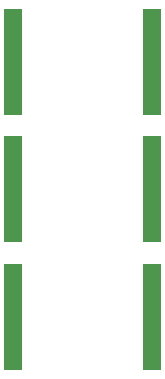
<source format=gbp>
G04 #@! TF.FileFunction,Paste,Bot*
%FSLAX45Y45*%
G04 Gerber Fmt 4.5, Leading zero omitted, Abs format (unit mm)*
G04 Created by KiCad (PCBNEW 4.0.6) date 08/08/17 22:50:04*
%MOMM*%
%LPD*%
G01*
G04 APERTURE LIST*
%ADD10C,0.254000*%
%ADD11R,1.600000X9.020000*%
G04 APERTURE END LIST*
D10*
D11*
X10241000Y-11430000D03*
X11412000Y-11430000D03*
X10241000Y-10350500D03*
X11412000Y-10350500D03*
X10241500Y-9271000D03*
X11412500Y-9271000D03*
M02*

</source>
